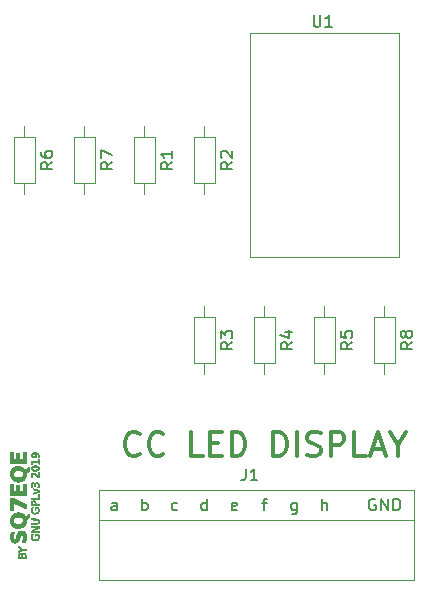
<source format=gbr>
%TF.GenerationSoftware,KiCad,Pcbnew,5.1.4-3.fc31*%
%TF.CreationDate,2019-11-08T16:10:22+01:00*%
%TF.ProjectId,LED_display,4c45445f-6469-4737-906c-61792e6b6963,rev?*%
%TF.SameCoordinates,PX76b1be0PY76b1be0*%
%TF.FileFunction,Legend,Top*%
%TF.FilePolarity,Positive*%
%FSLAX46Y46*%
G04 Gerber Fmt 4.6, Leading zero omitted, Abs format (unit mm)*
G04 Created by KiCad (PCBNEW 5.1.4-3.fc31) date 2019-11-08 16:10:22*
%MOMM*%
%LPD*%
G04 APERTURE LIST*
%ADD10C,0.300000*%
%ADD11C,0.010000*%
%ADD12C,0.120000*%
%ADD13C,0.150000*%
%ADD14R,1.626000X1.626000*%
%ADD15C,1.626000*%
%ADD16O,1.502000X1.502000*%
%ADD17C,1.502000*%
G04 APERTURE END LIST*
D10*
X14828571Y14525715D02*
X14733333Y14430477D01*
X14447619Y14335239D01*
X14257142Y14335239D01*
X13971428Y14430477D01*
X13780952Y14620953D01*
X13685714Y14811429D01*
X13590476Y15192381D01*
X13590476Y15478096D01*
X13685714Y15859048D01*
X13780952Y16049524D01*
X13971428Y16240000D01*
X14257142Y16335239D01*
X14447619Y16335239D01*
X14733333Y16240000D01*
X14828571Y16144762D01*
X16828571Y14525715D02*
X16733333Y14430477D01*
X16447619Y14335239D01*
X16257142Y14335239D01*
X15971428Y14430477D01*
X15780952Y14620953D01*
X15685714Y14811429D01*
X15590476Y15192381D01*
X15590476Y15478096D01*
X15685714Y15859048D01*
X15780952Y16049524D01*
X15971428Y16240000D01*
X16257142Y16335239D01*
X16447619Y16335239D01*
X16733333Y16240000D01*
X16828571Y16144762D01*
X20161904Y14335239D02*
X19209523Y14335239D01*
X19209523Y16335239D01*
X20828571Y15382858D02*
X21495238Y15382858D01*
X21780952Y14335239D02*
X20828571Y14335239D01*
X20828571Y16335239D01*
X21780952Y16335239D01*
X22638095Y14335239D02*
X22638095Y16335239D01*
X23114285Y16335239D01*
X23400000Y16240000D01*
X23590476Y16049524D01*
X23685714Y15859048D01*
X23780952Y15478096D01*
X23780952Y15192381D01*
X23685714Y14811429D01*
X23590476Y14620953D01*
X23400000Y14430477D01*
X23114285Y14335239D01*
X22638095Y14335239D01*
X26161904Y14335239D02*
X26161904Y16335239D01*
X26638095Y16335239D01*
X26923809Y16240000D01*
X27114285Y16049524D01*
X27209523Y15859048D01*
X27304761Y15478096D01*
X27304761Y15192381D01*
X27209523Y14811429D01*
X27114285Y14620953D01*
X26923809Y14430477D01*
X26638095Y14335239D01*
X26161904Y14335239D01*
X28161904Y14335239D02*
X28161904Y16335239D01*
X29019047Y14430477D02*
X29304761Y14335239D01*
X29780952Y14335239D01*
X29971428Y14430477D01*
X30066666Y14525715D01*
X30161904Y14716191D01*
X30161904Y14906667D01*
X30066666Y15097143D01*
X29971428Y15192381D01*
X29780952Y15287620D01*
X29400000Y15382858D01*
X29209523Y15478096D01*
X29114285Y15573334D01*
X29019047Y15763810D01*
X29019047Y15954286D01*
X29114285Y16144762D01*
X29209523Y16240000D01*
X29400000Y16335239D01*
X29876190Y16335239D01*
X30161904Y16240000D01*
X31019047Y14335239D02*
X31019047Y16335239D01*
X31780952Y16335239D01*
X31971428Y16240000D01*
X32066666Y16144762D01*
X32161904Y15954286D01*
X32161904Y15668572D01*
X32066666Y15478096D01*
X31971428Y15382858D01*
X31780952Y15287620D01*
X31019047Y15287620D01*
X33971428Y14335239D02*
X33019047Y14335239D01*
X33019047Y16335239D01*
X34542857Y14906667D02*
X35495238Y14906667D01*
X34352380Y14335239D02*
X35019047Y16335239D01*
X35685714Y14335239D01*
X36733333Y15287620D02*
X36733333Y14335239D01*
X36066666Y16335239D02*
X36733333Y15287620D01*
X37400000Y16335239D01*
D11*
%TO.C,G\002A\002A\002A*%
G36*
X5626023Y7487440D02*
G01*
X5627812Y7543191D01*
X5633427Y7586368D01*
X5644263Y7625423D01*
X5652241Y7646459D01*
X5666714Y7680709D01*
X5678433Y7699994D01*
X5692454Y7709018D01*
X5713835Y7712490D01*
X5724040Y7713267D01*
X5750759Y7713526D01*
X5765071Y7710358D01*
X5765866Y7707975D01*
X5737733Y7649667D01*
X5718300Y7605160D01*
X5705900Y7569803D01*
X5698866Y7538944D01*
X5695851Y7512643D01*
X5698776Y7439268D01*
X5718504Y7376382D01*
X5754213Y7325689D01*
X5803203Y7289850D01*
X5844874Y7275253D01*
X5899594Y7265485D01*
X5959675Y7261130D01*
X6017431Y7262773D01*
X6062203Y7270164D01*
X6108668Y7290740D01*
X6152409Y7323929D01*
X6186888Y7363898D01*
X6203071Y7395802D01*
X6212015Y7439967D01*
X6215118Y7494763D01*
X6212413Y7550484D01*
X6203933Y7597428D01*
X6202354Y7602546D01*
X6189608Y7641167D01*
X6011333Y7641167D01*
X6011333Y7503584D01*
X5937250Y7503584D01*
X5937250Y7725834D01*
X6224171Y7725834D01*
X6252244Y7664979D01*
X6266724Y7629572D01*
X6275755Y7594998D01*
X6280774Y7553727D01*
X6283080Y7503584D01*
X6283405Y7456459D01*
X6281955Y7414750D01*
X6279024Y7384805D01*
X6277192Y7376515D01*
X6243353Y7305175D01*
X6192863Y7246727D01*
X6126423Y7201941D01*
X6111875Y7194958D01*
X6078257Y7182124D01*
X6042705Y7174603D01*
X5997850Y7171187D01*
X5963708Y7170603D01*
X5873426Y7176394D01*
X5798801Y7195177D01*
X5738126Y7227844D01*
X5689692Y7275286D01*
X5655059Y7331552D01*
X5640322Y7364420D01*
X5631499Y7393798D01*
X5627190Y7427208D01*
X5625993Y7472169D01*
X5626023Y7487440D01*
X5626023Y7487440D01*
G37*
X5626023Y7487440D02*
X5627812Y7543191D01*
X5633427Y7586368D01*
X5644263Y7625423D01*
X5652241Y7646459D01*
X5666714Y7680709D01*
X5678433Y7699994D01*
X5692454Y7709018D01*
X5713835Y7712490D01*
X5724040Y7713267D01*
X5750759Y7713526D01*
X5765071Y7710358D01*
X5765866Y7707975D01*
X5737733Y7649667D01*
X5718300Y7605160D01*
X5705900Y7569803D01*
X5698866Y7538944D01*
X5695851Y7512643D01*
X5698776Y7439268D01*
X5718504Y7376382D01*
X5754213Y7325689D01*
X5803203Y7289850D01*
X5844874Y7275253D01*
X5899594Y7265485D01*
X5959675Y7261130D01*
X6017431Y7262773D01*
X6062203Y7270164D01*
X6108668Y7290740D01*
X6152409Y7323929D01*
X6186888Y7363898D01*
X6203071Y7395802D01*
X6212015Y7439967D01*
X6215118Y7494763D01*
X6212413Y7550484D01*
X6203933Y7597428D01*
X6202354Y7602546D01*
X6189608Y7641167D01*
X6011333Y7641167D01*
X6011333Y7503584D01*
X5937250Y7503584D01*
X5937250Y7725834D01*
X6224171Y7725834D01*
X6252244Y7664979D01*
X6266724Y7629572D01*
X6275755Y7594998D01*
X6280774Y7553727D01*
X6283080Y7503584D01*
X6283405Y7456459D01*
X6281955Y7414750D01*
X6279024Y7384805D01*
X6277192Y7376515D01*
X6243353Y7305175D01*
X6192863Y7246727D01*
X6126423Y7201941D01*
X6111875Y7194958D01*
X6078257Y7182124D01*
X6042705Y7174603D01*
X5997850Y7171187D01*
X5963708Y7170603D01*
X5873426Y7176394D01*
X5798801Y7195177D01*
X5738126Y7227844D01*
X5689692Y7275286D01*
X5655059Y7331552D01*
X5640322Y7364420D01*
X5631499Y7393798D01*
X5627190Y7427208D01*
X5625993Y7472169D01*
X5626023Y7487440D01*
G36*
X5876895Y8627359D02*
G01*
X5961314Y8628700D01*
X6027328Y8630548D01*
X6077700Y8633495D01*
X6115191Y8638133D01*
X6142562Y8645053D01*
X6162577Y8654848D01*
X6177996Y8668107D01*
X6191581Y8685424D01*
X6198910Y8696339D01*
X6212420Y8731677D01*
X6217320Y8777291D01*
X6213818Y8824460D01*
X6202120Y8864465D01*
X6194617Y8877297D01*
X6179978Y8895443D01*
X6164300Y8909571D01*
X6144800Y8920231D01*
X6118694Y8927970D01*
X6083200Y8933336D01*
X6035534Y8936877D01*
X5972914Y8939141D01*
X5892554Y8940677D01*
X5871104Y8940986D01*
X5630333Y8944348D01*
X5630333Y9027584D01*
X5860520Y9027524D01*
X5936943Y9026958D01*
X6005641Y9025392D01*
X6063297Y9022968D01*
X6106599Y9019829D01*
X6132230Y9016114D01*
X6133041Y9015902D01*
X6190952Y8990512D01*
X6237907Y8950710D01*
X6266252Y8907104D01*
X6280080Y8859934D01*
X6286219Y8801934D01*
X6284659Y8741635D01*
X6275393Y8687570D01*
X6266497Y8662459D01*
X6232292Y8608949D01*
X6184800Y8570722D01*
X6157049Y8557130D01*
X6139817Y8551595D01*
X6116220Y8547399D01*
X6083475Y8544380D01*
X6038799Y8542377D01*
X5979409Y8541229D01*
X5902521Y8540775D01*
X5874089Y8540750D01*
X5630333Y8540750D01*
X5630333Y8624009D01*
X5876895Y8627359D01*
X5876895Y8627359D01*
G37*
X5876895Y8627359D02*
X5961314Y8628700D01*
X6027328Y8630548D01*
X6077700Y8633495D01*
X6115191Y8638133D01*
X6142562Y8645053D01*
X6162577Y8654848D01*
X6177996Y8668107D01*
X6191581Y8685424D01*
X6198910Y8696339D01*
X6212420Y8731677D01*
X6217320Y8777291D01*
X6213818Y8824460D01*
X6202120Y8864465D01*
X6194617Y8877297D01*
X6179978Y8895443D01*
X6164300Y8909571D01*
X6144800Y8920231D01*
X6118694Y8927970D01*
X6083200Y8933336D01*
X6035534Y8936877D01*
X5972914Y8939141D01*
X5892554Y8940677D01*
X5871104Y8940986D01*
X5630333Y8944348D01*
X5630333Y9027584D01*
X5860520Y9027524D01*
X5936943Y9026958D01*
X6005641Y9025392D01*
X6063297Y9022968D01*
X6106599Y9019829D01*
X6132230Y9016114D01*
X6133041Y9015902D01*
X6190952Y8990512D01*
X6237907Y8950710D01*
X6266252Y8907104D01*
X6280080Y8859934D01*
X6286219Y8801934D01*
X6284659Y8741635D01*
X6275393Y8687570D01*
X6266497Y8662459D01*
X6232292Y8608949D01*
X6184800Y8570722D01*
X6157049Y8557130D01*
X6139817Y8551595D01*
X6116220Y8547399D01*
X6083475Y8544380D01*
X6038799Y8542377D01*
X5979409Y8541229D01*
X5902521Y8540775D01*
X5874089Y8540750D01*
X5630333Y8540750D01*
X5630333Y8624009D01*
X5876895Y8627359D01*
G36*
X5628959Y9823882D02*
G01*
X5630408Y9832333D01*
X5640407Y9875571D01*
X5653479Y9916932D01*
X5663139Y9939821D01*
X5678459Y9965590D01*
X5694739Y9977157D01*
X5720590Y9980055D01*
X5725798Y9980084D01*
X5755321Y9978817D01*
X5765758Y9972451D01*
X5759149Y9957132D01*
X5746727Y9940610D01*
X5720062Y9892769D01*
X5702588Y9832546D01*
X5695469Y9767147D01*
X5699868Y9703774D01*
X5704882Y9681433D01*
X5730187Y9627842D01*
X5771817Y9584272D01*
X5826801Y9552041D01*
X5892168Y9532468D01*
X5964948Y9526868D01*
X6034965Y9534997D01*
X6103322Y9557014D01*
X6154997Y9591631D01*
X6190555Y9639576D01*
X6210562Y9701581D01*
X6215756Y9768273D01*
X6211636Y9832542D01*
X6200195Y9877261D01*
X6197455Y9883067D01*
X6179671Y9917456D01*
X6016625Y9911292D01*
X6013495Y9839854D01*
X6010366Y9768417D01*
X5936533Y9768417D01*
X5942541Y9995959D01*
X6210535Y10001869D01*
X6231390Y9972455D01*
X6258408Y9919817D01*
X6276762Y9853862D01*
X6285735Y9780891D01*
X6284609Y9707205D01*
X6272670Y9639104D01*
X6270237Y9630834D01*
X6240143Y9568359D01*
X6192818Y9514646D01*
X6134616Y9475073D01*
X6081042Y9455662D01*
X6014936Y9443896D01*
X5943685Y9440266D01*
X5874678Y9445262D01*
X5829377Y9454808D01*
X5761703Y9484821D01*
X5706039Y9530659D01*
X5663657Y9589903D01*
X5635833Y9660134D01*
X5623842Y9738933D01*
X5628959Y9823882D01*
X5628959Y9823882D01*
G37*
X5628959Y9823882D02*
X5630408Y9832333D01*
X5640407Y9875571D01*
X5653479Y9916932D01*
X5663139Y9939821D01*
X5678459Y9965590D01*
X5694739Y9977157D01*
X5720590Y9980055D01*
X5725798Y9980084D01*
X5755321Y9978817D01*
X5765758Y9972451D01*
X5759149Y9957132D01*
X5746727Y9940610D01*
X5720062Y9892769D01*
X5702588Y9832546D01*
X5695469Y9767147D01*
X5699868Y9703774D01*
X5704882Y9681433D01*
X5730187Y9627842D01*
X5771817Y9584272D01*
X5826801Y9552041D01*
X5892168Y9532468D01*
X5964948Y9526868D01*
X6034965Y9534997D01*
X6103322Y9557014D01*
X6154997Y9591631D01*
X6190555Y9639576D01*
X6210562Y9701581D01*
X6215756Y9768273D01*
X6211636Y9832542D01*
X6200195Y9877261D01*
X6197455Y9883067D01*
X6179671Y9917456D01*
X6016625Y9911292D01*
X6013495Y9839854D01*
X6010366Y9768417D01*
X5936533Y9768417D01*
X5942541Y9995959D01*
X6210535Y10001869D01*
X6231390Y9972455D01*
X6258408Y9919817D01*
X6276762Y9853862D01*
X6285735Y9780891D01*
X6284609Y9707205D01*
X6272670Y9639104D01*
X6270237Y9630834D01*
X6240143Y9568359D01*
X6192818Y9514646D01*
X6134616Y9475073D01*
X6081042Y9455662D01*
X6014936Y9443896D01*
X5943685Y9440266D01*
X5874678Y9445262D01*
X5829377Y9454808D01*
X5761703Y9484821D01*
X5706039Y9530659D01*
X5663657Y9589903D01*
X5635833Y9660134D01*
X5623842Y9738933D01*
X5628959Y9823882D01*
G36*
X5631977Y11955313D02*
G01*
X5655896Y12011954D01*
X5683278Y12046352D01*
X5709634Y12070316D01*
X5732434Y12082121D01*
X5761587Y12085940D01*
X5777780Y12086167D01*
X5836040Y12079381D01*
X5879733Y12058350D01*
X5910813Y12022064D01*
X5914364Y12015523D01*
X5927069Y11991745D01*
X5933844Y11985215D01*
X5938378Y11994324D01*
X5940883Y12003952D01*
X5956866Y12033803D01*
X5986341Y12064002D01*
X6022513Y12088855D01*
X6058589Y12102671D01*
X6058732Y12102698D01*
X6121758Y12104871D01*
X6177934Y12087597D01*
X6224831Y12052127D01*
X6260020Y11999715D01*
X6260515Y11998659D01*
X6274698Y11963428D01*
X6282404Y11928985D01*
X6285153Y11886689D01*
X6285125Y11858625D01*
X6283148Y11811199D01*
X6279034Y11765616D01*
X6273640Y11731137D01*
X6273142Y11728979D01*
X6265149Y11700956D01*
X6254786Y11687939D01*
X6235465Y11684191D01*
X6221496Y11684000D01*
X6195532Y11684910D01*
X6181483Y11687173D01*
X6180666Y11687961D01*
X6183870Y11699420D01*
X6191961Y11723766D01*
X6196541Y11736917D01*
X6207725Y11785010D01*
X6212006Y11840736D01*
X6209450Y11895911D01*
X6200125Y11942349D01*
X6194717Y11956224D01*
X6167916Y11991066D01*
X6130470Y12012482D01*
X6088136Y12019458D01*
X6046673Y12010978D01*
X6013730Y11988109D01*
X5986977Y11948983D01*
X5972607Y11899833D01*
X5969000Y11846682D01*
X5969000Y11788492D01*
X5934604Y11791809D01*
X5900208Y11795125D01*
X5894916Y11871039D01*
X5886565Y11928930D01*
X5869994Y11968669D01*
X5843789Y11992142D01*
X5806540Y12001239D01*
X5797340Y12001500D01*
X5754989Y11992496D01*
X5723539Y11966650D01*
X5703772Y11925711D01*
X5696468Y11871425D01*
X5702409Y11805543D01*
X5704647Y11794013D01*
X5712417Y11758414D01*
X5719222Y11730375D01*
X5722667Y11718668D01*
X5717346Y11710368D01*
X5699054Y11705654D01*
X5675751Y11704959D01*
X5655396Y11708714D01*
X5646946Y11714556D01*
X5642675Y11728972D01*
X5636734Y11758407D01*
X5630304Y11796906D01*
X5629383Y11803010D01*
X5623244Y11886136D01*
X5631977Y11955313D01*
X5631977Y11955313D01*
G37*
X5631977Y11955313D02*
X5655896Y12011954D01*
X5683278Y12046352D01*
X5709634Y12070316D01*
X5732434Y12082121D01*
X5761587Y12085940D01*
X5777780Y12086167D01*
X5836040Y12079381D01*
X5879733Y12058350D01*
X5910813Y12022064D01*
X5914364Y12015523D01*
X5927069Y11991745D01*
X5933844Y11985215D01*
X5938378Y11994324D01*
X5940883Y12003952D01*
X5956866Y12033803D01*
X5986341Y12064002D01*
X6022513Y12088855D01*
X6058589Y12102671D01*
X6058732Y12102698D01*
X6121758Y12104871D01*
X6177934Y12087597D01*
X6224831Y12052127D01*
X6260020Y11999715D01*
X6260515Y11998659D01*
X6274698Y11963428D01*
X6282404Y11928985D01*
X6285153Y11886689D01*
X6285125Y11858625D01*
X6283148Y11811199D01*
X6279034Y11765616D01*
X6273640Y11731137D01*
X6273142Y11728979D01*
X6265149Y11700956D01*
X6254786Y11687939D01*
X6235465Y11684191D01*
X6221496Y11684000D01*
X6195532Y11684910D01*
X6181483Y11687173D01*
X6180666Y11687961D01*
X6183870Y11699420D01*
X6191961Y11723766D01*
X6196541Y11736917D01*
X6207725Y11785010D01*
X6212006Y11840736D01*
X6209450Y11895911D01*
X6200125Y11942349D01*
X6194717Y11956224D01*
X6167916Y11991066D01*
X6130470Y12012482D01*
X6088136Y12019458D01*
X6046673Y12010978D01*
X6013730Y11988109D01*
X5986977Y11948983D01*
X5972607Y11899833D01*
X5969000Y11846682D01*
X5969000Y11788492D01*
X5934604Y11791809D01*
X5900208Y11795125D01*
X5894916Y11871039D01*
X5886565Y11928930D01*
X5869994Y11968669D01*
X5843789Y11992142D01*
X5806540Y12001239D01*
X5797340Y12001500D01*
X5754989Y11992496D01*
X5723539Y11966650D01*
X5703772Y11925711D01*
X5696468Y11871425D01*
X5702409Y11805543D01*
X5704647Y11794013D01*
X5712417Y11758414D01*
X5719222Y11730375D01*
X5722667Y11718668D01*
X5717346Y11710368D01*
X5699054Y11705654D01*
X5675751Y11704959D01*
X5655396Y11708714D01*
X5646946Y11714556D01*
X5642675Y11728972D01*
X5636734Y11758407D01*
X5630304Y11796906D01*
X5629383Y11803010D01*
X5623244Y11886136D01*
X5631977Y11955313D01*
G36*
X5637777Y13377219D02*
G01*
X5662915Y13423611D01*
X5663163Y13423928D01*
X5701772Y13458033D01*
X5756692Y13485773D01*
X5823755Y13506131D01*
X5898792Y13518086D01*
X5977635Y13520622D01*
X6038131Y13515539D01*
X6120300Y13498737D01*
X6184802Y13473077D01*
X6233675Y13437426D01*
X6268959Y13390651D01*
X6271569Y13385797D01*
X6281779Y13351515D01*
X6285549Y13306126D01*
X6282883Y13258687D01*
X6273785Y13218252D01*
X6271488Y13212470D01*
X6238889Y13163727D01*
X6188646Y13126215D01*
X6121148Y13100077D01*
X6036784Y13085460D01*
X5972575Y13083580D01*
X5972575Y13167226D01*
X5991641Y13168004D01*
X6074292Y13176927D01*
X6138761Y13194730D01*
X6184714Y13221201D01*
X6211819Y13256125D01*
X6219740Y13299291D01*
X6218493Y13312705D01*
X6207545Y13346069D01*
X6189513Y13373891D01*
X6153937Y13399708D01*
X6102751Y13417286D01*
X6034632Y13426899D01*
X5948259Y13428822D01*
X5928176Y13428292D01*
X5847036Y13422338D01*
X5784813Y13410018D01*
X5739996Y13390499D01*
X5711071Y13362950D01*
X5696526Y13326538D01*
X5694068Y13299546D01*
X5698033Y13267646D01*
X5713367Y13240666D01*
X5728592Y13224041D01*
X5767354Y13196238D01*
X5819687Y13177768D01*
X5887468Y13168231D01*
X5972575Y13167226D01*
X5972575Y13083580D01*
X5935941Y13082507D01*
X5923751Y13082904D01*
X5867810Y13085646D01*
X5827079Y13089603D01*
X5795601Y13095898D01*
X5767421Y13105653D01*
X5742521Y13117058D01*
X5685151Y13154716D01*
X5646202Y13202664D01*
X5625434Y13261209D01*
X5624504Y13266653D01*
X5624168Y13321623D01*
X5637777Y13377219D01*
X5637777Y13377219D01*
G37*
X5637777Y13377219D02*
X5662915Y13423611D01*
X5663163Y13423928D01*
X5701772Y13458033D01*
X5756692Y13485773D01*
X5823755Y13506131D01*
X5898792Y13518086D01*
X5977635Y13520622D01*
X6038131Y13515539D01*
X6120300Y13498737D01*
X6184802Y13473077D01*
X6233675Y13437426D01*
X6268959Y13390651D01*
X6271569Y13385797D01*
X6281779Y13351515D01*
X6285549Y13306126D01*
X6282883Y13258687D01*
X6273785Y13218252D01*
X6271488Y13212470D01*
X6238889Y13163727D01*
X6188646Y13126215D01*
X6121148Y13100077D01*
X6036784Y13085460D01*
X5972575Y13083580D01*
X5972575Y13167226D01*
X5991641Y13168004D01*
X6074292Y13176927D01*
X6138761Y13194730D01*
X6184714Y13221201D01*
X6211819Y13256125D01*
X6219740Y13299291D01*
X6218493Y13312705D01*
X6207545Y13346069D01*
X6189513Y13373891D01*
X6153937Y13399708D01*
X6102751Y13417286D01*
X6034632Y13426899D01*
X5948259Y13428822D01*
X5928176Y13428292D01*
X5847036Y13422338D01*
X5784813Y13410018D01*
X5739996Y13390499D01*
X5711071Y13362950D01*
X5696526Y13326538D01*
X5694068Y13299546D01*
X5698033Y13267646D01*
X5713367Y13240666D01*
X5728592Y13224041D01*
X5767354Y13196238D01*
X5819687Y13177768D01*
X5887468Y13168231D01*
X5972575Y13167226D01*
X5972575Y13083580D01*
X5935941Y13082507D01*
X5923751Y13082904D01*
X5867810Y13085646D01*
X5827079Y13089603D01*
X5795601Y13095898D01*
X5767421Y13105653D01*
X5742521Y13117058D01*
X5685151Y13154716D01*
X5646202Y13202664D01*
X5625434Y13261209D01*
X5624504Y13266653D01*
X5624168Y13321623D01*
X5637777Y13377219D01*
G36*
X5630367Y14467861D02*
G01*
X5655935Y14524275D01*
X5698987Y14569858D01*
X5758517Y14604077D01*
X5833514Y14626396D01*
X5922972Y14636282D01*
X5949252Y14636750D01*
X6044893Y14629477D01*
X6125741Y14607761D01*
X6191461Y14571762D01*
X6241717Y14521638D01*
X6261881Y14489565D01*
X6277983Y14442964D01*
X6285707Y14384907D01*
X6284578Y14323577D01*
X6274659Y14268979D01*
X6265285Y14245694D01*
X6250229Y14236216D01*
X6226754Y14234584D01*
X6202026Y14235921D01*
X6193538Y14242496D01*
X6196409Y14258146D01*
X6196490Y14258396D01*
X6201069Y14280911D01*
X6205555Y14316675D01*
X6208859Y14356292D01*
X6210347Y14399380D01*
X6207445Y14428967D01*
X6198974Y14452473D01*
X6191518Y14465491D01*
X6159508Y14498809D01*
X6111049Y14525958D01*
X6050494Y14544680D01*
X6032294Y14548052D01*
X5985362Y14555557D01*
X6014225Y14521255D01*
X6034350Y14492344D01*
X6047776Y14464021D01*
X6049262Y14458664D01*
X6055084Y14433384D01*
X6058814Y14418959D01*
X6059395Y14394791D01*
X6053124Y14359561D01*
X6042131Y14321371D01*
X6028547Y14288325D01*
X6021202Y14275914D01*
X5982929Y14239276D01*
X5931413Y14214077D01*
X5871777Y14201238D01*
X5843499Y14201436D01*
X5843499Y14288076D01*
X5891127Y14292295D01*
X5926923Y14303508D01*
X5962408Y14332692D01*
X5983675Y14372718D01*
X5989590Y14417789D01*
X5979018Y14462109D01*
X5962935Y14487572D01*
X5923361Y14519320D01*
X5874481Y14535919D01*
X5821922Y14537225D01*
X5771307Y14523094D01*
X5728482Y14493599D01*
X5700996Y14453039D01*
X5691870Y14408417D01*
X5700366Y14364588D01*
X5725745Y14326404D01*
X5757450Y14303315D01*
X5795627Y14291746D01*
X5843499Y14288076D01*
X5843499Y14201436D01*
X5809144Y14201677D01*
X5748640Y14216317D01*
X5731224Y14223831D01*
X5683615Y14258007D01*
X5648548Y14305998D01*
X5627861Y14363359D01*
X5623390Y14425645D01*
X5630367Y14467861D01*
X5630367Y14467861D01*
G37*
X5630367Y14467861D02*
X5655935Y14524275D01*
X5698987Y14569858D01*
X5758517Y14604077D01*
X5833514Y14626396D01*
X5922972Y14636282D01*
X5949252Y14636750D01*
X6044893Y14629477D01*
X6125741Y14607761D01*
X6191461Y14571762D01*
X6241717Y14521638D01*
X6261881Y14489565D01*
X6277983Y14442964D01*
X6285707Y14384907D01*
X6284578Y14323577D01*
X6274659Y14268979D01*
X6265285Y14245694D01*
X6250229Y14236216D01*
X6226754Y14234584D01*
X6202026Y14235921D01*
X6193538Y14242496D01*
X6196409Y14258146D01*
X6196490Y14258396D01*
X6201069Y14280911D01*
X6205555Y14316675D01*
X6208859Y14356292D01*
X6210347Y14399380D01*
X6207445Y14428967D01*
X6198974Y14452473D01*
X6191518Y14465491D01*
X6159508Y14498809D01*
X6111049Y14525958D01*
X6050494Y14544680D01*
X6032294Y14548052D01*
X5985362Y14555557D01*
X6014225Y14521255D01*
X6034350Y14492344D01*
X6047776Y14464021D01*
X6049262Y14458664D01*
X6055084Y14433384D01*
X6058814Y14418959D01*
X6059395Y14394791D01*
X6053124Y14359561D01*
X6042131Y14321371D01*
X6028547Y14288325D01*
X6021202Y14275914D01*
X5982929Y14239276D01*
X5931413Y14214077D01*
X5871777Y14201238D01*
X5843499Y14201436D01*
X5843499Y14288076D01*
X5891127Y14292295D01*
X5926923Y14303508D01*
X5962408Y14332692D01*
X5983675Y14372718D01*
X5989590Y14417789D01*
X5979018Y14462109D01*
X5962935Y14487572D01*
X5923361Y14519320D01*
X5874481Y14535919D01*
X5821922Y14537225D01*
X5771307Y14523094D01*
X5728482Y14493599D01*
X5700996Y14453039D01*
X5691870Y14408417D01*
X5700366Y14364588D01*
X5725745Y14326404D01*
X5757450Y14303315D01*
X5795627Y14291746D01*
X5843499Y14288076D01*
X5843499Y14201436D01*
X5809144Y14201677D01*
X5748640Y14216317D01*
X5731224Y14223831D01*
X5683615Y14258007D01*
X5648548Y14305998D01*
X5627861Y14363359D01*
X5623390Y14425645D01*
X5630367Y14467861D01*
G36*
X5635625Y8004586D02*
G01*
X5896847Y8143022D01*
X6158070Y8281459D01*
X5894201Y8284286D01*
X5630333Y8287114D01*
X5630333Y8371417D01*
X6276972Y8371417D01*
X6273798Y8312104D01*
X6270625Y8252792D01*
X6008292Y8113667D01*
X5745960Y7974542D01*
X6010938Y7971714D01*
X6275916Y7968887D01*
X6275916Y7884584D01*
X5629277Y7884584D01*
X5635625Y8004586D01*
X5635625Y8004586D01*
G37*
X5635625Y8004586D02*
X5896847Y8143022D01*
X6158070Y8281459D01*
X5894201Y8284286D01*
X5630333Y8287114D01*
X5630333Y8371417D01*
X6276972Y8371417D01*
X6273798Y8312104D01*
X6270625Y8252792D01*
X6008292Y8113667D01*
X5745960Y7974542D01*
X6010938Y7971714D01*
X6275916Y7968887D01*
X6275916Y7884584D01*
X5629277Y7884584D01*
X5635625Y8004586D01*
G36*
X5632661Y10294938D02*
G01*
X5636789Y10366215D01*
X5643016Y10421995D01*
X5651043Y10459838D01*
X5653793Y10467411D01*
X5685232Y10516174D01*
X5730616Y10550036D01*
X5788036Y10568120D01*
X5855581Y10569548D01*
X5871537Y10567550D01*
X5925341Y10549788D01*
X5967438Y10514560D01*
X5997672Y10462138D01*
X6015884Y10392796D01*
X6021916Y10307646D01*
X6021916Y10244667D01*
X6275916Y10244667D01*
X6275916Y10160000D01*
X5947833Y10160000D01*
X5947833Y10244667D01*
X5947833Y10314505D01*
X5944935Y10362407D01*
X5937175Y10403058D01*
X5931448Y10418872D01*
X5904635Y10453097D01*
X5866648Y10473307D01*
X5822849Y10478705D01*
X5778597Y10468492D01*
X5744394Y10446728D01*
X5727158Y10430015D01*
X5716584Y10413805D01*
X5710696Y10392100D01*
X5707520Y10358905D01*
X5706064Y10330311D01*
X5702175Y10244667D01*
X5947833Y10244667D01*
X5947833Y10160000D01*
X5627523Y10160000D01*
X5632661Y10294938D01*
X5632661Y10294938D01*
G37*
X5632661Y10294938D02*
X5636789Y10366215D01*
X5643016Y10421995D01*
X5651043Y10459838D01*
X5653793Y10467411D01*
X5685232Y10516174D01*
X5730616Y10550036D01*
X5788036Y10568120D01*
X5855581Y10569548D01*
X5871537Y10567550D01*
X5925341Y10549788D01*
X5967438Y10514560D01*
X5997672Y10462138D01*
X6015884Y10392796D01*
X6021916Y10307646D01*
X6021916Y10244667D01*
X6275916Y10244667D01*
X6275916Y10160000D01*
X5947833Y10160000D01*
X5947833Y10244667D01*
X5947833Y10314505D01*
X5944935Y10362407D01*
X5937175Y10403058D01*
X5931448Y10418872D01*
X5904635Y10453097D01*
X5866648Y10473307D01*
X5822849Y10478705D01*
X5778597Y10468492D01*
X5744394Y10446728D01*
X5727158Y10430015D01*
X5716584Y10413805D01*
X5710696Y10392100D01*
X5707520Y10358905D01*
X5706064Y10330311D01*
X5702175Y10244667D01*
X5947833Y10244667D01*
X5947833Y10160000D01*
X5627523Y10160000D01*
X5632661Y10294938D01*
G36*
X6201833Y10773834D02*
G01*
X6201833Y11091334D01*
X6275916Y11091334D01*
X6275916Y10689167D01*
X5630333Y10689167D01*
X5630333Y10773834D01*
X6201833Y10773834D01*
X6201833Y10773834D01*
G37*
X6201833Y10773834D02*
X6201833Y11091334D01*
X6275916Y11091334D01*
X6275916Y10689167D01*
X5630333Y10689167D01*
X5630333Y10773834D01*
X6201833Y10773834D01*
G36*
X5838737Y11573194D02*
G01*
X5861196Y11564546D01*
X5899624Y11549964D01*
X5950155Y11530904D01*
X6008923Y11508826D01*
X6072065Y11485186D01*
X6074833Y11484152D01*
X6270625Y11410987D01*
X6273791Y11357940D01*
X6273961Y11326438D01*
X6270898Y11304656D01*
X6267940Y11299320D01*
X6255741Y11294096D01*
X6226752Y11282655D01*
X6184015Y11266166D01*
X6130576Y11245802D01*
X6069478Y11222734D01*
X6047815Y11214601D01*
X5984111Y11190701D01*
X5926347Y11168998D01*
X5877745Y11150703D01*
X5841524Y11137030D01*
X5820906Y11129192D01*
X5818187Y11128137D01*
X5806258Y11126481D01*
X5800879Y11137142D01*
X5799666Y11162995D01*
X5799666Y11205171D01*
X5998104Y11279663D01*
X6067620Y11306131D01*
X6118768Y11326546D01*
X6153213Y11341689D01*
X6172622Y11352338D01*
X6178660Y11359271D01*
X6175375Y11362518D01*
X6158820Y11368866D01*
X6126136Y11381248D01*
X6081016Y11398268D01*
X6027151Y11418536D01*
X5979583Y11436399D01*
X5804958Y11501919D01*
X5801696Y11545495D01*
X5798433Y11589072D01*
X5838737Y11573194D01*
X5838737Y11573194D01*
G37*
X5838737Y11573194D02*
X5861196Y11564546D01*
X5899624Y11549964D01*
X5950155Y11530904D01*
X6008923Y11508826D01*
X6072065Y11485186D01*
X6074833Y11484152D01*
X6270625Y11410987D01*
X6273791Y11357940D01*
X6273961Y11326438D01*
X6270898Y11304656D01*
X6267940Y11299320D01*
X6255741Y11294096D01*
X6226752Y11282655D01*
X6184015Y11266166D01*
X6130576Y11245802D01*
X6069478Y11222734D01*
X6047815Y11214601D01*
X5984111Y11190701D01*
X5926347Y11168998D01*
X5877745Y11150703D01*
X5841524Y11137030D01*
X5820906Y11129192D01*
X5818187Y11128137D01*
X5806258Y11126481D01*
X5800879Y11137142D01*
X5799666Y11162995D01*
X5799666Y11205171D01*
X5998104Y11279663D01*
X6067620Y11306131D01*
X6118768Y11326546D01*
X6153213Y11341689D01*
X6172622Y11352338D01*
X6178660Y11359271D01*
X6175375Y11362518D01*
X6158820Y11368866D01*
X6126136Y11381248D01*
X6081016Y11398268D01*
X6027151Y11418536D01*
X5979583Y11436399D01*
X5804958Y11501919D01*
X5801696Y11545495D01*
X5798433Y11589072D01*
X5838737Y11573194D01*
G36*
X5640070Y12807182D02*
G01*
X5672765Y12862919D01*
X5687995Y12879387D01*
X5713806Y12901317D01*
X5739246Y12913219D01*
X5773711Y12918964D01*
X5786660Y12920026D01*
X5845541Y12918812D01*
X5885724Y12908687D01*
X5905772Y12896408D01*
X5937760Y12872223D01*
X5978343Y12838868D01*
X6024174Y12799075D01*
X6062655Y12764176D01*
X6201833Y12635440D01*
X6201833Y12932834D01*
X6275916Y12932834D01*
X6275916Y12520084D01*
X6243244Y12520084D01*
X6229346Y12522154D01*
X6212921Y12529619D01*
X6191559Y12544358D01*
X6162854Y12568250D01*
X6124398Y12603177D01*
X6073782Y12651018D01*
X6065973Y12658486D01*
X6017745Y12703741D01*
X5971943Y12745063D01*
X5931783Y12779676D01*
X5900483Y12804801D01*
X5882109Y12817236D01*
X5830123Y12835328D01*
X5783069Y12834545D01*
X5743511Y12815619D01*
X5714014Y12779281D01*
X5708590Y12767749D01*
X5697723Y12730089D01*
X5696823Y12689269D01*
X5706499Y12641181D01*
X5727358Y12581718D01*
X5740974Y12549188D01*
X5743214Y12537326D01*
X5733197Y12531940D01*
X5706511Y12530667D01*
X5706399Y12530667D01*
X5680723Y12531832D01*
X5665838Y12538819D01*
X5655576Y12556864D01*
X5647155Y12580938D01*
X5627094Y12664937D01*
X5624789Y12740770D01*
X5640070Y12807182D01*
X5640070Y12807182D01*
G37*
X5640070Y12807182D02*
X5672765Y12862919D01*
X5687995Y12879387D01*
X5713806Y12901317D01*
X5739246Y12913219D01*
X5773711Y12918964D01*
X5786660Y12920026D01*
X5845541Y12918812D01*
X5885724Y12908687D01*
X5905772Y12896408D01*
X5937760Y12872223D01*
X5978343Y12838868D01*
X6024174Y12799075D01*
X6062655Y12764176D01*
X6201833Y12635440D01*
X6201833Y12932834D01*
X6275916Y12932834D01*
X6275916Y12520084D01*
X6243244Y12520084D01*
X6229346Y12522154D01*
X6212921Y12529619D01*
X6191559Y12544358D01*
X6162854Y12568250D01*
X6124398Y12603177D01*
X6073782Y12651018D01*
X6065973Y12658486D01*
X6017745Y12703741D01*
X5971943Y12745063D01*
X5931783Y12779676D01*
X5900483Y12804801D01*
X5882109Y12817236D01*
X5830123Y12835328D01*
X5783069Y12834545D01*
X5743511Y12815619D01*
X5714014Y12779281D01*
X5708590Y12767749D01*
X5697723Y12730089D01*
X5696823Y12689269D01*
X5706499Y12641181D01*
X5727358Y12581718D01*
X5740974Y12549188D01*
X5743214Y12537326D01*
X5733197Y12531940D01*
X5706511Y12530667D01*
X5706399Y12530667D01*
X5680723Y12531832D01*
X5665838Y12538819D01*
X5655576Y12556864D01*
X5647155Y12580938D01*
X5627094Y12664937D01*
X5624789Y12740770D01*
X5640070Y12807182D01*
G36*
X5630333Y13917084D02*
G01*
X6201833Y13917084D01*
X6201833Y14054667D01*
X6275916Y14054667D01*
X6275916Y13682909D01*
X6241520Y13686225D01*
X6207125Y13689542D01*
X6203995Y13760979D01*
X6200866Y13832417D01*
X5957933Y13832417D01*
X5888798Y13832087D01*
X5827350Y13831163D01*
X5776538Y13829740D01*
X5739314Y13827916D01*
X5718630Y13825787D01*
X5715371Y13824479D01*
X5717640Y13810679D01*
X5723182Y13782608D01*
X5729856Y13750770D01*
X5736338Y13715902D01*
X5739289Y13689988D01*
X5738304Y13679332D01*
X5724774Y13675391D01*
X5699877Y13673670D01*
X5698809Y13673667D01*
X5664979Y13673667D01*
X5647648Y13760979D01*
X5639462Y13806328D01*
X5633363Y13847948D01*
X5630435Y13878220D01*
X5630325Y13882688D01*
X5630333Y13917084D01*
X5630333Y13917084D01*
G37*
X5630333Y13917084D02*
X6201833Y13917084D01*
X6201833Y14054667D01*
X6275916Y14054667D01*
X6275916Y13682909D01*
X6241520Y13686225D01*
X6207125Y13689542D01*
X6203995Y13760979D01*
X6200866Y13832417D01*
X5957933Y13832417D01*
X5888798Y13832087D01*
X5827350Y13831163D01*
X5776538Y13829740D01*
X5739314Y13827916D01*
X5718630Y13825787D01*
X5715371Y13824479D01*
X5717640Y13810679D01*
X5723182Y13782608D01*
X5729856Y13750770D01*
X5736338Y13715902D01*
X5739289Y13689988D01*
X5738304Y13679332D01*
X5724774Y13675391D01*
X5699877Y13673670D01*
X5698809Y13673667D01*
X5664979Y13673667D01*
X5647648Y13760979D01*
X5639462Y13806328D01*
X5633363Y13847948D01*
X5630435Y13878220D01*
X5630325Y13882688D01*
X5630333Y13917084D01*
G36*
X3879400Y8996950D02*
G01*
X3897613Y9101581D01*
X3929264Y9193744D01*
X3975295Y9276076D01*
X4036651Y9351209D01*
X4047148Y9361935D01*
X4119806Y9425099D01*
X4197671Y9473177D01*
X4283809Y9507281D01*
X4381287Y9528522D01*
X4493169Y9538011D01*
X4534958Y9538758D01*
X4624249Y9536296D01*
X4700076Y9527218D01*
X4769515Y9510013D01*
X4839643Y9483167D01*
X4877278Y9465608D01*
X4947964Y9422727D01*
X5016557Y9366122D01*
X5076627Y9301772D01*
X5118686Y9241135D01*
X5150817Y9184812D01*
X5266221Y9287876D01*
X5309973Y9326996D01*
X5350448Y9363272D01*
X5383871Y9393312D01*
X5406462Y9413724D01*
X5410729Y9417617D01*
X5439833Y9444294D01*
X5439833Y9126884D01*
X5210207Y8922460D01*
X5198398Y8806479D01*
X5180482Y8690654D01*
X5151330Y8590795D01*
X5109752Y8504239D01*
X5054557Y8428319D01*
X5008290Y8381091D01*
X4925029Y8318150D01*
X4830089Y8271404D01*
X4722580Y8240555D01*
X4601614Y8225303D01*
X4577018Y8224577D01*
X4577018Y8563077D01*
X4666768Y8573506D01*
X4749419Y8594550D01*
X4821389Y8625428D01*
X4879095Y8665360D01*
X4901550Y8688561D01*
X4934457Y8743147D01*
X4955259Y8809435D01*
X4962988Y8881126D01*
X4956674Y8951923D01*
X4947413Y8986603D01*
X4915558Y9050232D01*
X4866604Y9102839D01*
X4808272Y9141167D01*
X4746869Y9168277D01*
X4680784Y9185775D01*
X4605237Y9194476D01*
X4515448Y9195196D01*
X4495463Y9194458D01*
X4410912Y9187613D01*
X4342212Y9174122D01*
X4284662Y9152401D01*
X4233557Y9120862D01*
X4203277Y9095888D01*
X4158665Y9047639D01*
X4130531Y8995643D01*
X4116537Y8934380D01*
X4113906Y8884709D01*
X4122452Y8802617D01*
X4148559Y8732319D01*
X4192165Y8673883D01*
X4253210Y8627377D01*
X4331630Y8592870D01*
X4390559Y8577188D01*
X4483755Y8564044D01*
X4577018Y8563077D01*
X4577018Y8224577D01*
X4538296Y8223434D01*
X4411099Y8230596D01*
X4298070Y8252786D01*
X4198075Y8290407D01*
X4109983Y8343860D01*
X4048315Y8397293D01*
X3981537Y8476987D01*
X3931251Y8566636D01*
X3896928Y8667693D01*
X3878040Y8781613D01*
X3873683Y8877217D01*
X3879400Y8996950D01*
X3879400Y8996950D01*
G37*
X3879400Y8996950D02*
X3897613Y9101581D01*
X3929264Y9193744D01*
X3975295Y9276076D01*
X4036651Y9351209D01*
X4047148Y9361935D01*
X4119806Y9425099D01*
X4197671Y9473177D01*
X4283809Y9507281D01*
X4381287Y9528522D01*
X4493169Y9538011D01*
X4534958Y9538758D01*
X4624249Y9536296D01*
X4700076Y9527218D01*
X4769515Y9510013D01*
X4839643Y9483167D01*
X4877278Y9465608D01*
X4947964Y9422727D01*
X5016557Y9366122D01*
X5076627Y9301772D01*
X5118686Y9241135D01*
X5150817Y9184812D01*
X5266221Y9287876D01*
X5309973Y9326996D01*
X5350448Y9363272D01*
X5383871Y9393312D01*
X5406462Y9413724D01*
X5410729Y9417617D01*
X5439833Y9444294D01*
X5439833Y9126884D01*
X5210207Y8922460D01*
X5198398Y8806479D01*
X5180482Y8690654D01*
X5151330Y8590795D01*
X5109752Y8504239D01*
X5054557Y8428319D01*
X5008290Y8381091D01*
X4925029Y8318150D01*
X4830089Y8271404D01*
X4722580Y8240555D01*
X4601614Y8225303D01*
X4577018Y8224577D01*
X4577018Y8563077D01*
X4666768Y8573506D01*
X4749419Y8594550D01*
X4821389Y8625428D01*
X4879095Y8665360D01*
X4901550Y8688561D01*
X4934457Y8743147D01*
X4955259Y8809435D01*
X4962988Y8881126D01*
X4956674Y8951923D01*
X4947413Y8986603D01*
X4915558Y9050232D01*
X4866604Y9102839D01*
X4808272Y9141167D01*
X4746869Y9168277D01*
X4680784Y9185775D01*
X4605237Y9194476D01*
X4515448Y9195196D01*
X4495463Y9194458D01*
X4410912Y9187613D01*
X4342212Y9174122D01*
X4284662Y9152401D01*
X4233557Y9120862D01*
X4203277Y9095888D01*
X4158665Y9047639D01*
X4130531Y8995643D01*
X4116537Y8934380D01*
X4113906Y8884709D01*
X4122452Y8802617D01*
X4148559Y8732319D01*
X4192165Y8673883D01*
X4253210Y8627377D01*
X4331630Y8592870D01*
X4390559Y8577188D01*
X4483755Y8564044D01*
X4577018Y8563077D01*
X4577018Y8224577D01*
X4538296Y8223434D01*
X4411099Y8230596D01*
X4298070Y8252786D01*
X4198075Y8290407D01*
X4109983Y8343860D01*
X4048315Y8397293D01*
X3981537Y8476987D01*
X3931251Y8566636D01*
X3896928Y8667693D01*
X3878040Y8781613D01*
X3873683Y8877217D01*
X3879400Y8996950D01*
G36*
X3879821Y12935509D02*
G01*
X3889389Y13001471D01*
X3889421Y13001625D01*
X3922148Y13108897D01*
X3972177Y13204870D01*
X4038124Y13288181D01*
X4118600Y13357467D01*
X4212219Y13411365D01*
X4317595Y13448511D01*
X4351949Y13456316D01*
X4428684Y13467007D01*
X4515221Y13471578D01*
X4602873Y13470020D01*
X4682956Y13462323D01*
X4714875Y13456715D01*
X4812015Y13427484D01*
X4904230Y13382731D01*
X4987601Y13325168D01*
X5058214Y13257506D01*
X5112151Y13182456D01*
X5112840Y13181240D01*
X5130600Y13151184D01*
X5144493Y13130251D01*
X5150975Y13123334D01*
X5160249Y13130053D01*
X5182553Y13148679D01*
X5215223Y13176915D01*
X5255596Y13212465D01*
X5292114Y13245042D01*
X5336816Y13284841D01*
X5376023Y13319184D01*
X5407061Y13345772D01*
X5427252Y13362306D01*
X5433815Y13366750D01*
X5435948Y13356789D01*
X5437748Y13329392D01*
X5439069Y13288291D01*
X5439763Y13237215D01*
X5439833Y13214089D01*
X5439833Y13061428D01*
X5324199Y12958083D01*
X5208565Y12854737D01*
X5201195Y12764140D01*
X5184714Y12642829D01*
X5155840Y12537191D01*
X5113737Y12445165D01*
X5057566Y12364689D01*
X5024361Y12328555D01*
X4950909Y12268331D01*
X4862583Y12218179D01*
X4764351Y12180807D01*
X4741333Y12174421D01*
X4684308Y12164158D01*
X4613436Y12158101D01*
X4540250Y12156360D01*
X4540250Y12504687D01*
X4605234Y12505007D01*
X4653502Y12506282D01*
X4689498Y12508982D01*
X4717666Y12513580D01*
X4742451Y12520546D01*
X4763339Y12528345D01*
X4838709Y12568367D01*
X4898003Y12621221D01*
X4940296Y12685977D01*
X4954316Y12721098D01*
X4960636Y12758790D01*
X4961084Y12808533D01*
X4956375Y12862266D01*
X4947224Y12911924D01*
X4934345Y12949444D01*
X4934029Y12950065D01*
X4890666Y13011567D01*
X4830538Y13061017D01*
X4754618Y13097908D01*
X4663885Y13121732D01*
X4587233Y13130684D01*
X4479881Y13130816D01*
X4383492Y13117330D01*
X4299554Y13090856D01*
X4229559Y13052024D01*
X4174996Y13001463D01*
X4137807Y12940848D01*
X4120178Y12880770D01*
X4113562Y12812839D01*
X4118142Y12745792D01*
X4132575Y12691981D01*
X4159298Y12647711D01*
X4201018Y12603084D01*
X4252230Y12563003D01*
X4307427Y12532369D01*
X4315866Y12528829D01*
X4341533Y12519403D01*
X4366590Y12512779D01*
X4395507Y12508477D01*
X4432754Y12506016D01*
X4482801Y12504914D01*
X4540250Y12504687D01*
X4540250Y12156360D01*
X4535613Y12156249D01*
X4457736Y12158599D01*
X4386702Y12165152D01*
X4334938Y12174489D01*
X4225650Y12211392D01*
X4129143Y12264713D01*
X4046465Y12333378D01*
X3978663Y12416309D01*
X3926787Y12512433D01*
X3891883Y12620673D01*
X3889496Y12631512D01*
X3879889Y12697112D01*
X3875073Y12775119D01*
X3875050Y12857322D01*
X3879821Y12935509D01*
X3879821Y12935509D01*
G37*
X3879821Y12935509D02*
X3889389Y13001471D01*
X3889421Y13001625D01*
X3922148Y13108897D01*
X3972177Y13204870D01*
X4038124Y13288181D01*
X4118600Y13357467D01*
X4212219Y13411365D01*
X4317595Y13448511D01*
X4351949Y13456316D01*
X4428684Y13467007D01*
X4515221Y13471578D01*
X4602873Y13470020D01*
X4682956Y13462323D01*
X4714875Y13456715D01*
X4812015Y13427484D01*
X4904230Y13382731D01*
X4987601Y13325168D01*
X5058214Y13257506D01*
X5112151Y13182456D01*
X5112840Y13181240D01*
X5130600Y13151184D01*
X5144493Y13130251D01*
X5150975Y13123334D01*
X5160249Y13130053D01*
X5182553Y13148679D01*
X5215223Y13176915D01*
X5255596Y13212465D01*
X5292114Y13245042D01*
X5336816Y13284841D01*
X5376023Y13319184D01*
X5407061Y13345772D01*
X5427252Y13362306D01*
X5433815Y13366750D01*
X5435948Y13356789D01*
X5437748Y13329392D01*
X5439069Y13288291D01*
X5439763Y13237215D01*
X5439833Y13214089D01*
X5439833Y13061428D01*
X5324199Y12958083D01*
X5208565Y12854737D01*
X5201195Y12764140D01*
X5184714Y12642829D01*
X5155840Y12537191D01*
X5113737Y12445165D01*
X5057566Y12364689D01*
X5024361Y12328555D01*
X4950909Y12268331D01*
X4862583Y12218179D01*
X4764351Y12180807D01*
X4741333Y12174421D01*
X4684308Y12164158D01*
X4613436Y12158101D01*
X4540250Y12156360D01*
X4540250Y12504687D01*
X4605234Y12505007D01*
X4653502Y12506282D01*
X4689498Y12508982D01*
X4717666Y12513580D01*
X4742451Y12520546D01*
X4763339Y12528345D01*
X4838709Y12568367D01*
X4898003Y12621221D01*
X4940296Y12685977D01*
X4954316Y12721098D01*
X4960636Y12758790D01*
X4961084Y12808533D01*
X4956375Y12862266D01*
X4947224Y12911924D01*
X4934345Y12949444D01*
X4934029Y12950065D01*
X4890666Y13011567D01*
X4830538Y13061017D01*
X4754618Y13097908D01*
X4663885Y13121732D01*
X4587233Y13130684D01*
X4479881Y13130816D01*
X4383492Y13117330D01*
X4299554Y13090856D01*
X4229559Y13052024D01*
X4174996Y13001463D01*
X4137807Y12940848D01*
X4120178Y12880770D01*
X4113562Y12812839D01*
X4118142Y12745792D01*
X4132575Y12691981D01*
X4159298Y12647711D01*
X4201018Y12603084D01*
X4252230Y12563003D01*
X4307427Y12532369D01*
X4315866Y12528829D01*
X4341533Y12519403D01*
X4366590Y12512779D01*
X4395507Y12508477D01*
X4432754Y12506016D01*
X4482801Y12504914D01*
X4540250Y12504687D01*
X4540250Y12156360D01*
X4535613Y12156249D01*
X4457736Y12158599D01*
X4386702Y12165152D01*
X4334938Y12174489D01*
X4225650Y12211392D01*
X4129143Y12264713D01*
X4046465Y12333378D01*
X3978663Y12416309D01*
X3926787Y12512433D01*
X3891883Y12620673D01*
X3889496Y12631512D01*
X3879889Y12697112D01*
X3875073Y12775119D01*
X3875050Y12857322D01*
X3879821Y12935509D01*
G36*
X3879038Y7586462D02*
G01*
X3886171Y7670617D01*
X3896713Y7749254D01*
X3905112Y7794014D01*
X3915093Y7839044D01*
X3923942Y7876259D01*
X3930476Y7900821D01*
X3932966Y7907785D01*
X3944974Y7911034D01*
X3973928Y7913715D01*
X4015610Y7915567D01*
X4065800Y7916327D01*
X4070798Y7916334D01*
X4128037Y7915844D01*
X4166631Y7914202D01*
X4189083Y7911147D01*
X4197896Y7906418D01*
X4197876Y7903104D01*
X4163916Y7809168D01*
X4137733Y7712294D01*
X4120236Y7617529D01*
X4112335Y7529922D01*
X4114938Y7454519D01*
X4115826Y7447739D01*
X4128890Y7383636D01*
X4148208Y7338141D01*
X4175449Y7309197D01*
X4212282Y7294747D01*
X4242084Y7292152D01*
X4279270Y7296324D01*
X4308428Y7310973D01*
X4331558Y7338656D01*
X4350661Y7381930D01*
X4367737Y7443351D01*
X4370756Y7456555D01*
X4389890Y7541844D01*
X4405377Y7609377D01*
X4418017Y7662092D01*
X4428616Y7702924D01*
X4437973Y7734812D01*
X4446894Y7760693D01*
X4456180Y7783505D01*
X4465846Y7804538D01*
X4509941Y7877689D01*
X4564139Y7934999D01*
X4624177Y7973220D01*
X4669664Y7987017D01*
X4728900Y7994903D01*
X4795319Y7996914D01*
X4862355Y7993087D01*
X4923443Y7983461D01*
X4964423Y7971293D01*
X5037932Y7932180D01*
X5097378Y7878229D01*
X5143474Y7808573D01*
X5176937Y7722345D01*
X5180584Y7709166D01*
X5189776Y7660947D01*
X5196645Y7598079D01*
X5200933Y7526980D01*
X5202384Y7454069D01*
X5200740Y7385761D01*
X5195810Y7328959D01*
X5188240Y7283545D01*
X5176769Y7227283D01*
X5162931Y7166614D01*
X5148259Y7107981D01*
X5134287Y7057824D01*
X5123363Y7024688D01*
X5112273Y6995584D01*
X4974428Y6995584D01*
X4923194Y6995857D01*
X4880590Y6996607D01*
X4850541Y6997723D01*
X4836974Y6999098D01*
X4836583Y6999385D01*
X4840711Y7010071D01*
X4851695Y7035169D01*
X4867433Y7069913D01*
X4873051Y7082117D01*
X4908922Y7170913D01*
X4935751Y7260762D01*
X4953363Y7348742D01*
X4961581Y7431934D01*
X4960230Y7507414D01*
X4949135Y7572263D01*
X4928119Y7623558D01*
X4907223Y7650013D01*
X4867229Y7674646D01*
X4822763Y7681403D01*
X4778722Y7671387D01*
X4740005Y7645703D01*
X4711727Y7605931D01*
X4701759Y7579324D01*
X4688828Y7537291D01*
X4674440Y7485095D01*
X4660102Y7428001D01*
X4656712Y7413625D01*
X4632633Y7318880D01*
X4608232Y7242082D01*
X4582167Y7180036D01*
X4553097Y7129546D01*
X4519935Y7087692D01*
X4472231Y7044431D01*
X4419764Y7015143D01*
X4357954Y6998097D01*
X4282221Y6991563D01*
X4265083Y6991365D01*
X4214021Y6992094D01*
X4176595Y6995370D01*
X4145308Y7002541D01*
X4112662Y7014952D01*
X4098422Y7021285D01*
X4026057Y7064564D01*
X3967906Y7122460D01*
X3923323Y7195831D01*
X3891660Y7285535D01*
X3888178Y7299629D01*
X3879882Y7353372D01*
X3875713Y7422591D01*
X3875491Y7502037D01*
X3879038Y7586462D01*
X3879038Y7586462D01*
G37*
X3879038Y7586462D02*
X3886171Y7670617D01*
X3896713Y7749254D01*
X3905112Y7794014D01*
X3915093Y7839044D01*
X3923942Y7876259D01*
X3930476Y7900821D01*
X3932966Y7907785D01*
X3944974Y7911034D01*
X3973928Y7913715D01*
X4015610Y7915567D01*
X4065800Y7916327D01*
X4070798Y7916334D01*
X4128037Y7915844D01*
X4166631Y7914202D01*
X4189083Y7911147D01*
X4197896Y7906418D01*
X4197876Y7903104D01*
X4163916Y7809168D01*
X4137733Y7712294D01*
X4120236Y7617529D01*
X4112335Y7529922D01*
X4114938Y7454519D01*
X4115826Y7447739D01*
X4128890Y7383636D01*
X4148208Y7338141D01*
X4175449Y7309197D01*
X4212282Y7294747D01*
X4242084Y7292152D01*
X4279270Y7296324D01*
X4308428Y7310973D01*
X4331558Y7338656D01*
X4350661Y7381930D01*
X4367737Y7443351D01*
X4370756Y7456555D01*
X4389890Y7541844D01*
X4405377Y7609377D01*
X4418017Y7662092D01*
X4428616Y7702924D01*
X4437973Y7734812D01*
X4446894Y7760693D01*
X4456180Y7783505D01*
X4465846Y7804538D01*
X4509941Y7877689D01*
X4564139Y7934999D01*
X4624177Y7973220D01*
X4669664Y7987017D01*
X4728900Y7994903D01*
X4795319Y7996914D01*
X4862355Y7993087D01*
X4923443Y7983461D01*
X4964423Y7971293D01*
X5037932Y7932180D01*
X5097378Y7878229D01*
X5143474Y7808573D01*
X5176937Y7722345D01*
X5180584Y7709166D01*
X5189776Y7660947D01*
X5196645Y7598079D01*
X5200933Y7526980D01*
X5202384Y7454069D01*
X5200740Y7385761D01*
X5195810Y7328959D01*
X5188240Y7283545D01*
X5176769Y7227283D01*
X5162931Y7166614D01*
X5148259Y7107981D01*
X5134287Y7057824D01*
X5123363Y7024688D01*
X5112273Y6995584D01*
X4974428Y6995584D01*
X4923194Y6995857D01*
X4880590Y6996607D01*
X4850541Y6997723D01*
X4836974Y6999098D01*
X4836583Y6999385D01*
X4840711Y7010071D01*
X4851695Y7035169D01*
X4867433Y7069913D01*
X4873051Y7082117D01*
X4908922Y7170913D01*
X4935751Y7260762D01*
X4953363Y7348742D01*
X4961581Y7431934D01*
X4960230Y7507414D01*
X4949135Y7572263D01*
X4928119Y7623558D01*
X4907223Y7650013D01*
X4867229Y7674646D01*
X4822763Y7681403D01*
X4778722Y7671387D01*
X4740005Y7645703D01*
X4711727Y7605931D01*
X4701759Y7579324D01*
X4688828Y7537291D01*
X4674440Y7485095D01*
X4660102Y7428001D01*
X4656712Y7413625D01*
X4632633Y7318880D01*
X4608232Y7242082D01*
X4582167Y7180036D01*
X4553097Y7129546D01*
X4519935Y7087692D01*
X4472231Y7044431D01*
X4419764Y7015143D01*
X4357954Y6998097D01*
X4282221Y6991563D01*
X4265083Y6991365D01*
X4214021Y6992094D01*
X4176595Y6995370D01*
X4145308Y7002541D01*
X4112662Y7014952D01*
X4098422Y7021285D01*
X4026057Y7064564D01*
X3967906Y7122460D01*
X3923323Y7195831D01*
X3891660Y7285535D01*
X3888178Y7299629D01*
X3879882Y7353372D01*
X3875713Y7422591D01*
X3875491Y7502037D01*
X3879038Y7586462D01*
G36*
X4540482Y5839354D02*
G01*
X4542144Y5916834D01*
X4547478Y5976495D01*
X4557420Y6021506D01*
X4572911Y6055039D01*
X4594887Y6080263D01*
X4616363Y6095742D01*
X4661219Y6113522D01*
X4709247Y6117102D01*
X4754912Y6107605D01*
X4792677Y6086157D01*
X4816483Y6055088D01*
X4830123Y6024275D01*
X4858522Y6069056D01*
X4895664Y6110124D01*
X4942043Y6135515D01*
X4993304Y6145498D01*
X5045094Y6140341D01*
X5093059Y6120313D01*
X5132845Y6085681D01*
X5154466Y6050802D01*
X5162733Y6029365D01*
X5168485Y6004844D01*
X5172151Y5973027D01*
X5174165Y5929702D01*
X5174955Y5870657D01*
X5175017Y5849938D01*
X5175250Y5693834D01*
X5111750Y5693834D01*
X5111750Y5778500D01*
X5111690Y5855229D01*
X5110116Y5900057D01*
X5106058Y5942256D01*
X5100743Y5971165D01*
X5079882Y6015143D01*
X5046569Y6042016D01*
X5000967Y6051676D01*
X4981221Y6050885D01*
X4940202Y6042152D01*
X4909810Y6023292D01*
X4888774Y5991977D01*
X4875826Y5945876D01*
X4869695Y5882663D01*
X4868794Y5844646D01*
X4868333Y5778500D01*
X5111750Y5778500D01*
X5111750Y5693834D01*
X4804833Y5693834D01*
X4804833Y5778500D01*
X4804833Y5858215D01*
X4802614Y5906214D01*
X4796696Y5948790D01*
X4789508Y5974608D01*
X4765085Y6010492D01*
X4729621Y6028391D01*
X4683854Y6028044D01*
X4654166Y6018267D01*
X4633107Y5999747D01*
X4619058Y5969255D01*
X4610395Y5923565D01*
X4606234Y5873564D01*
X4600814Y5778500D01*
X4804833Y5778500D01*
X4804833Y5693834D01*
X4540250Y5693834D01*
X4540482Y5839354D01*
X4540482Y5839354D01*
G37*
X4540482Y5839354D02*
X4542144Y5916834D01*
X4547478Y5976495D01*
X4557420Y6021506D01*
X4572911Y6055039D01*
X4594887Y6080263D01*
X4616363Y6095742D01*
X4661219Y6113522D01*
X4709247Y6117102D01*
X4754912Y6107605D01*
X4792677Y6086157D01*
X4816483Y6055088D01*
X4830123Y6024275D01*
X4858522Y6069056D01*
X4895664Y6110124D01*
X4942043Y6135515D01*
X4993304Y6145498D01*
X5045094Y6140341D01*
X5093059Y6120313D01*
X5132845Y6085681D01*
X5154466Y6050802D01*
X5162733Y6029365D01*
X5168485Y6004844D01*
X5172151Y5973027D01*
X5174165Y5929702D01*
X5174955Y5870657D01*
X5175017Y5849938D01*
X5175250Y5693834D01*
X5111750Y5693834D01*
X5111750Y5778500D01*
X5111690Y5855229D01*
X5110116Y5900057D01*
X5106058Y5942256D01*
X5100743Y5971165D01*
X5079882Y6015143D01*
X5046569Y6042016D01*
X5000967Y6051676D01*
X4981221Y6050885D01*
X4940202Y6042152D01*
X4909810Y6023292D01*
X4888774Y5991977D01*
X4875826Y5945876D01*
X4869695Y5882663D01*
X4868794Y5844646D01*
X4868333Y5778500D01*
X5111750Y5778500D01*
X5111750Y5693834D01*
X4804833Y5693834D01*
X4804833Y5778500D01*
X4804833Y5858215D01*
X4802614Y5906214D01*
X4796696Y5948790D01*
X4789508Y5974608D01*
X4765085Y6010492D01*
X4729621Y6028391D01*
X4683854Y6028044D01*
X4654166Y6018267D01*
X4633107Y5999747D01*
X4619058Y5969255D01*
X4610395Y5923565D01*
X4606234Y5873564D01*
X4600814Y5778500D01*
X4804833Y5778500D01*
X4804833Y5693834D01*
X4540250Y5693834D01*
X4540482Y5839354D01*
G36*
X4667250Y6339417D02*
G01*
X4712316Y6369928D01*
X4750344Y6396282D01*
X4778218Y6416272D01*
X4792821Y6427689D01*
X4794250Y6429375D01*
X4785942Y6436671D01*
X4763095Y6453436D01*
X4728826Y6477465D01*
X4686249Y6506550D01*
X4667250Y6519334D01*
X4540250Y6604418D01*
X4540250Y6699715D01*
X4703213Y6588358D01*
X4866177Y6477000D01*
X5175250Y6477000D01*
X5175250Y6381750D01*
X4867154Y6381750D01*
X4703702Y6271732D01*
X4540250Y6161713D01*
X4540250Y6254332D01*
X4667250Y6339417D01*
X4667250Y6339417D01*
G37*
X4667250Y6339417D02*
X4712316Y6369928D01*
X4750344Y6396282D01*
X4778218Y6416272D01*
X4792821Y6427689D01*
X4794250Y6429375D01*
X4785942Y6436671D01*
X4763095Y6453436D01*
X4728826Y6477465D01*
X4686249Y6506550D01*
X4667250Y6519334D01*
X4540250Y6604418D01*
X4540250Y6699715D01*
X4703213Y6588358D01*
X4866177Y6477000D01*
X5175250Y6477000D01*
X5175250Y6381750D01*
X4867154Y6381750D01*
X4703702Y6271732D01*
X4540250Y6161713D01*
X4540250Y6254332D01*
X4667250Y6339417D01*
G36*
X4074843Y10720917D02*
G01*
X4625046Y10470427D01*
X5175250Y10219937D01*
X5175250Y10057052D01*
X5174742Y10001544D01*
X5173341Y9954831D01*
X5171229Y9920376D01*
X5168590Y9901637D01*
X5166907Y9899324D01*
X5154620Y9905372D01*
X5125308Y9919094D01*
X5081199Y9939479D01*
X5024523Y9965514D01*
X4957508Y9996187D01*
X4882382Y10030485D01*
X4801376Y10067396D01*
X4716717Y10105909D01*
X4630635Y10145011D01*
X4545357Y10183690D01*
X4463114Y10220933D01*
X4386133Y10255729D01*
X4316643Y10287066D01*
X4256874Y10313930D01*
X4209053Y10335310D01*
X4175410Y10350194D01*
X4158174Y10357570D01*
X4156604Y10358148D01*
X4151261Y10358559D01*
X4147055Y10354850D01*
X4143849Y10344815D01*
X4141510Y10326251D01*
X4139902Y10296955D01*
X4138890Y10254723D01*
X4138340Y10197351D01*
X4138117Y10122636D01*
X4138083Y10055401D01*
X4138083Y9747250D01*
X3894666Y9747250D01*
X3894666Y10720917D01*
X4074843Y10720917D01*
X4074843Y10720917D01*
G37*
X4074843Y10720917D02*
X4625046Y10470427D01*
X5175250Y10219937D01*
X5175250Y10057052D01*
X5174742Y10001544D01*
X5173341Y9954831D01*
X5171229Y9920376D01*
X5168590Y9901637D01*
X5166907Y9899324D01*
X5154620Y9905372D01*
X5125308Y9919094D01*
X5081199Y9939479D01*
X5024523Y9965514D01*
X4957508Y9996187D01*
X4882382Y10030485D01*
X4801376Y10067396D01*
X4716717Y10105909D01*
X4630635Y10145011D01*
X4545357Y10183690D01*
X4463114Y10220933D01*
X4386133Y10255729D01*
X4316643Y10287066D01*
X4256874Y10313930D01*
X4209053Y10335310D01*
X4175410Y10350194D01*
X4158174Y10357570D01*
X4156604Y10358148D01*
X4151261Y10358559D01*
X4147055Y10354850D01*
X4143849Y10344815D01*
X4141510Y10326251D01*
X4139902Y10296955D01*
X4138890Y10254723D01*
X4138340Y10197351D01*
X4138117Y10122636D01*
X4138083Y10055401D01*
X4138083Y9747250D01*
X3894666Y9747250D01*
X3894666Y10720917D01*
X4074843Y10720917D01*
G36*
X4148666Y11916834D02*
G01*
X4148666Y11355917D01*
X4381500Y11355917D01*
X4381500Y11885084D01*
X4635500Y11885084D01*
X4635500Y11355917D01*
X4931833Y11355917D01*
X4931833Y11938000D01*
X5175250Y11938000D01*
X5175250Y11017250D01*
X3894666Y11017250D01*
X3894666Y11916834D01*
X4148666Y11916834D01*
X4148666Y11916834D01*
G37*
X4148666Y11916834D02*
X4148666Y11355917D01*
X4381500Y11355917D01*
X4381500Y11885084D01*
X4635500Y11885084D01*
X4635500Y11355917D01*
X4931833Y11355917D01*
X4931833Y11938000D01*
X5175250Y11938000D01*
X5175250Y11017250D01*
X3894666Y11017250D01*
X3894666Y11916834D01*
X4148666Y11916834D01*
G36*
X4019020Y14623857D02*
G01*
X4143375Y14620875D01*
X4146193Y14337771D01*
X4149012Y14054667D01*
X4381500Y14054667D01*
X4381500Y14583834D01*
X4635500Y14583834D01*
X4635500Y14054667D01*
X4931833Y14054667D01*
X4931833Y14636750D01*
X5175250Y14636750D01*
X5175250Y13726584D01*
X3894666Y13726584D01*
X3894666Y14626839D01*
X4019020Y14623857D01*
X4019020Y14623857D01*
G37*
X4019020Y14623857D02*
X4143375Y14620875D01*
X4146193Y14337771D01*
X4149012Y14054667D01*
X4381500Y14054667D01*
X4381500Y14583834D01*
X4635500Y14583834D01*
X4635500Y14054667D01*
X4931833Y14054667D01*
X4931833Y14636750D01*
X5175250Y14636750D01*
X5175250Y13726584D01*
X3894666Y13726584D01*
X3894666Y14626839D01*
X4019020Y14623857D01*
D12*
%TO.C,J1*%
X11430000Y11430000D02*
X38100000Y11430000D01*
X38100000Y11430000D02*
X38100000Y3810000D01*
X38100000Y3810000D02*
X11430000Y3810000D01*
X11430000Y3810000D02*
X11430000Y11430000D01*
X11430000Y8890000D02*
X38100000Y8890000D01*
%TO.C,R1*%
X15240000Y36500000D02*
X15240000Y37450000D01*
X15240000Y42240000D02*
X15240000Y41290000D01*
X16160000Y37450000D02*
X16160000Y41290000D01*
X14320000Y37450000D02*
X16160000Y37450000D01*
X14320000Y41290000D02*
X14320000Y37450000D01*
X16160000Y41290000D02*
X14320000Y41290000D01*
%TO.C,R2*%
X20320000Y36500000D02*
X20320000Y37450000D01*
X20320000Y42240000D02*
X20320000Y41290000D01*
X21240000Y37450000D02*
X21240000Y41290000D01*
X19400000Y37450000D02*
X21240000Y37450000D01*
X19400000Y41290000D02*
X19400000Y37450000D01*
X21240000Y41290000D02*
X19400000Y41290000D01*
%TO.C,R3*%
X20320000Y21260000D02*
X20320000Y22210000D01*
X20320000Y27000000D02*
X20320000Y26050000D01*
X21240000Y22210000D02*
X21240000Y26050000D01*
X19400000Y22210000D02*
X21240000Y22210000D01*
X19400000Y26050000D02*
X19400000Y22210000D01*
X21240000Y26050000D02*
X19400000Y26050000D01*
%TO.C,R4*%
X25400000Y21260000D02*
X25400000Y22210000D01*
X25400000Y27000000D02*
X25400000Y26050000D01*
X26320000Y22210000D02*
X26320000Y26050000D01*
X24480000Y22210000D02*
X26320000Y22210000D01*
X24480000Y26050000D02*
X24480000Y22210000D01*
X26320000Y26050000D02*
X24480000Y26050000D01*
%TO.C,R5*%
X30480000Y21260000D02*
X30480000Y22210000D01*
X30480000Y27000000D02*
X30480000Y26050000D01*
X31400000Y22210000D02*
X31400000Y26050000D01*
X29560000Y22210000D02*
X31400000Y22210000D01*
X29560000Y26050000D02*
X29560000Y22210000D01*
X31400000Y26050000D02*
X29560000Y26050000D01*
%TO.C,R6*%
X5080000Y36500000D02*
X5080000Y37450000D01*
X5080000Y42240000D02*
X5080000Y41290000D01*
X6000000Y37450000D02*
X6000000Y41290000D01*
X4160000Y37450000D02*
X6000000Y37450000D01*
X4160000Y41290000D02*
X4160000Y37450000D01*
X6000000Y41290000D02*
X4160000Y41290000D01*
%TO.C,R7*%
X10160000Y36500000D02*
X10160000Y37450000D01*
X10160000Y42240000D02*
X10160000Y41290000D01*
X11080000Y37450000D02*
X11080000Y41290000D01*
X9240000Y37450000D02*
X11080000Y37450000D01*
X9240000Y41290000D02*
X9240000Y37450000D01*
X11080000Y41290000D02*
X9240000Y41290000D01*
%TO.C,R8*%
X35560000Y21260000D02*
X35560000Y22210000D01*
X35560000Y27000000D02*
X35560000Y26050000D01*
X36480000Y22210000D02*
X36480000Y26050000D01*
X34640000Y22210000D02*
X36480000Y22210000D01*
X34640000Y26050000D02*
X34640000Y22210000D01*
X36480000Y26050000D02*
X34640000Y26050000D01*
%TO.C,U1*%
X36779200Y50140400D02*
X36779200Y31140400D01*
X24180000Y50140000D02*
X24180000Y31140000D01*
X24179200Y31140400D02*
X36779200Y31140400D01*
X24180000Y50140000D02*
X36780000Y50140000D01*
%TO.C,J1*%
D13*
X23796666Y13247620D02*
X23796666Y12533334D01*
X23749047Y12390477D01*
X23653809Y12295239D01*
X23510952Y12247620D01*
X23415714Y12247620D01*
X24796666Y12247620D02*
X24225238Y12247620D01*
X24510952Y12247620D02*
X24510952Y13247620D01*
X24415714Y13104762D01*
X24320476Y13009524D01*
X24225238Y12961905D01*
X12914285Y9707620D02*
X12914285Y10231429D01*
X12866666Y10326667D01*
X12771428Y10374286D01*
X12580952Y10374286D01*
X12485714Y10326667D01*
X12914285Y9755239D02*
X12819047Y9707620D01*
X12580952Y9707620D01*
X12485714Y9755239D01*
X12438095Y9850477D01*
X12438095Y9945715D01*
X12485714Y10040953D01*
X12580952Y10088572D01*
X12819047Y10088572D01*
X12914285Y10136191D01*
X15025714Y9707620D02*
X15025714Y10707620D01*
X15025714Y10326667D02*
X15120952Y10374286D01*
X15311428Y10374286D01*
X15406666Y10326667D01*
X15454285Y10279048D01*
X15501904Y10183810D01*
X15501904Y9898096D01*
X15454285Y9802858D01*
X15406666Y9755239D01*
X15311428Y9707620D01*
X15120952Y9707620D01*
X15025714Y9755239D01*
X18018095Y9755239D02*
X17922857Y9707620D01*
X17732380Y9707620D01*
X17637142Y9755239D01*
X17589523Y9802858D01*
X17541904Y9898096D01*
X17541904Y10183810D01*
X17589523Y10279048D01*
X17637142Y10326667D01*
X17732380Y10374286D01*
X17922857Y10374286D01*
X18018095Y10326667D01*
X20534285Y9707620D02*
X20534285Y10707620D01*
X20534285Y9755239D02*
X20439047Y9707620D01*
X20248571Y9707620D01*
X20153333Y9755239D01*
X20105714Y9802858D01*
X20058095Y9898096D01*
X20058095Y10183810D01*
X20105714Y10279048D01*
X20153333Y10326667D01*
X20248571Y10374286D01*
X20439047Y10374286D01*
X20534285Y10326667D01*
X23050476Y9755239D02*
X22955238Y9707620D01*
X22764761Y9707620D01*
X22669523Y9755239D01*
X22621904Y9850477D01*
X22621904Y10231429D01*
X22669523Y10326667D01*
X22764761Y10374286D01*
X22955238Y10374286D01*
X23050476Y10326667D01*
X23098095Y10231429D01*
X23098095Y10136191D01*
X22621904Y10040953D01*
X25209523Y10374286D02*
X25590476Y10374286D01*
X25352380Y9707620D02*
X25352380Y10564762D01*
X25400000Y10660000D01*
X25495238Y10707620D01*
X25590476Y10707620D01*
X28154285Y10374286D02*
X28154285Y9564762D01*
X28106666Y9469524D01*
X28059047Y9421905D01*
X27963809Y9374286D01*
X27820952Y9374286D01*
X27725714Y9421905D01*
X28154285Y9755239D02*
X28059047Y9707620D01*
X27868571Y9707620D01*
X27773333Y9755239D01*
X27725714Y9802858D01*
X27678095Y9898096D01*
X27678095Y10183810D01*
X27725714Y10279048D01*
X27773333Y10326667D01*
X27868571Y10374286D01*
X28059047Y10374286D01*
X28154285Y10326667D01*
X30265714Y9707620D02*
X30265714Y10707620D01*
X30694285Y9707620D02*
X30694285Y10231429D01*
X30646666Y10326667D01*
X30551428Y10374286D01*
X30408571Y10374286D01*
X30313333Y10326667D01*
X30265714Y10279048D01*
X34798095Y10660000D02*
X34702857Y10707620D01*
X34560000Y10707620D01*
X34417142Y10660000D01*
X34321904Y10564762D01*
X34274285Y10469524D01*
X34226666Y10279048D01*
X34226666Y10136191D01*
X34274285Y9945715D01*
X34321904Y9850477D01*
X34417142Y9755239D01*
X34560000Y9707620D01*
X34655238Y9707620D01*
X34798095Y9755239D01*
X34845714Y9802858D01*
X34845714Y10136191D01*
X34655238Y10136191D01*
X35274285Y9707620D02*
X35274285Y10707620D01*
X35845714Y9707620D01*
X35845714Y10707620D01*
X36321904Y9707620D02*
X36321904Y10707620D01*
X36560000Y10707620D01*
X36702857Y10660000D01*
X36798095Y10564762D01*
X36845714Y10469524D01*
X36893333Y10279048D01*
X36893333Y10136191D01*
X36845714Y9945715D01*
X36798095Y9850477D01*
X36702857Y9755239D01*
X36560000Y9707620D01*
X36321904Y9707620D01*
%TO.C,R1*%
X17612380Y39203334D02*
X17136190Y38870000D01*
X17612380Y38631905D02*
X16612380Y38631905D01*
X16612380Y39012858D01*
X16660000Y39108096D01*
X16707619Y39155715D01*
X16802857Y39203334D01*
X16945714Y39203334D01*
X17040952Y39155715D01*
X17088571Y39108096D01*
X17136190Y39012858D01*
X17136190Y38631905D01*
X17612380Y40155715D02*
X17612380Y39584286D01*
X17612380Y39870000D02*
X16612380Y39870000D01*
X16755238Y39774762D01*
X16850476Y39679524D01*
X16898095Y39584286D01*
%TO.C,R2*%
X22692380Y39203334D02*
X22216190Y38870000D01*
X22692380Y38631905D02*
X21692380Y38631905D01*
X21692380Y39012858D01*
X21740000Y39108096D01*
X21787619Y39155715D01*
X21882857Y39203334D01*
X22025714Y39203334D01*
X22120952Y39155715D01*
X22168571Y39108096D01*
X22216190Y39012858D01*
X22216190Y38631905D01*
X21787619Y39584286D02*
X21740000Y39631905D01*
X21692380Y39727143D01*
X21692380Y39965239D01*
X21740000Y40060477D01*
X21787619Y40108096D01*
X21882857Y40155715D01*
X21978095Y40155715D01*
X22120952Y40108096D01*
X22692380Y39536667D01*
X22692380Y40155715D01*
%TO.C,R3*%
X22692380Y23963334D02*
X22216190Y23630000D01*
X22692380Y23391905D02*
X21692380Y23391905D01*
X21692380Y23772858D01*
X21740000Y23868096D01*
X21787619Y23915715D01*
X21882857Y23963334D01*
X22025714Y23963334D01*
X22120952Y23915715D01*
X22168571Y23868096D01*
X22216190Y23772858D01*
X22216190Y23391905D01*
X21692380Y24296667D02*
X21692380Y24915715D01*
X22073333Y24582381D01*
X22073333Y24725239D01*
X22120952Y24820477D01*
X22168571Y24868096D01*
X22263809Y24915715D01*
X22501904Y24915715D01*
X22597142Y24868096D01*
X22644761Y24820477D01*
X22692380Y24725239D01*
X22692380Y24439524D01*
X22644761Y24344286D01*
X22597142Y24296667D01*
%TO.C,R4*%
X27772380Y23963334D02*
X27296190Y23630000D01*
X27772380Y23391905D02*
X26772380Y23391905D01*
X26772380Y23772858D01*
X26820000Y23868096D01*
X26867619Y23915715D01*
X26962857Y23963334D01*
X27105714Y23963334D01*
X27200952Y23915715D01*
X27248571Y23868096D01*
X27296190Y23772858D01*
X27296190Y23391905D01*
X27105714Y24820477D02*
X27772380Y24820477D01*
X26724761Y24582381D02*
X27439047Y24344286D01*
X27439047Y24963334D01*
%TO.C,R5*%
X32852380Y23963334D02*
X32376190Y23630000D01*
X32852380Y23391905D02*
X31852380Y23391905D01*
X31852380Y23772858D01*
X31900000Y23868096D01*
X31947619Y23915715D01*
X32042857Y23963334D01*
X32185714Y23963334D01*
X32280952Y23915715D01*
X32328571Y23868096D01*
X32376190Y23772858D01*
X32376190Y23391905D01*
X31852380Y24868096D02*
X31852380Y24391905D01*
X32328571Y24344286D01*
X32280952Y24391905D01*
X32233333Y24487143D01*
X32233333Y24725239D01*
X32280952Y24820477D01*
X32328571Y24868096D01*
X32423809Y24915715D01*
X32661904Y24915715D01*
X32757142Y24868096D01*
X32804761Y24820477D01*
X32852380Y24725239D01*
X32852380Y24487143D01*
X32804761Y24391905D01*
X32757142Y24344286D01*
%TO.C,R6*%
X7452380Y39203334D02*
X6976190Y38870000D01*
X7452380Y38631905D02*
X6452380Y38631905D01*
X6452380Y39012858D01*
X6500000Y39108096D01*
X6547619Y39155715D01*
X6642857Y39203334D01*
X6785714Y39203334D01*
X6880952Y39155715D01*
X6928571Y39108096D01*
X6976190Y39012858D01*
X6976190Y38631905D01*
X6452380Y40060477D02*
X6452380Y39870000D01*
X6500000Y39774762D01*
X6547619Y39727143D01*
X6690476Y39631905D01*
X6880952Y39584286D01*
X7261904Y39584286D01*
X7357142Y39631905D01*
X7404761Y39679524D01*
X7452380Y39774762D01*
X7452380Y39965239D01*
X7404761Y40060477D01*
X7357142Y40108096D01*
X7261904Y40155715D01*
X7023809Y40155715D01*
X6928571Y40108096D01*
X6880952Y40060477D01*
X6833333Y39965239D01*
X6833333Y39774762D01*
X6880952Y39679524D01*
X6928571Y39631905D01*
X7023809Y39584286D01*
%TO.C,R7*%
X12532380Y39203334D02*
X12056190Y38870000D01*
X12532380Y38631905D02*
X11532380Y38631905D01*
X11532380Y39012858D01*
X11580000Y39108096D01*
X11627619Y39155715D01*
X11722857Y39203334D01*
X11865714Y39203334D01*
X11960952Y39155715D01*
X12008571Y39108096D01*
X12056190Y39012858D01*
X12056190Y38631905D01*
X11532380Y39536667D02*
X11532380Y40203334D01*
X12532380Y39774762D01*
%TO.C,R8*%
X37932380Y23963334D02*
X37456190Y23630000D01*
X37932380Y23391905D02*
X36932380Y23391905D01*
X36932380Y23772858D01*
X36980000Y23868096D01*
X37027619Y23915715D01*
X37122857Y23963334D01*
X37265714Y23963334D01*
X37360952Y23915715D01*
X37408571Y23868096D01*
X37456190Y23772858D01*
X37456190Y23391905D01*
X37360952Y24534762D02*
X37313333Y24439524D01*
X37265714Y24391905D01*
X37170476Y24344286D01*
X37122857Y24344286D01*
X37027619Y24391905D01*
X36980000Y24439524D01*
X36932380Y24534762D01*
X36932380Y24725239D01*
X36980000Y24820477D01*
X37027619Y24868096D01*
X37122857Y24915715D01*
X37170476Y24915715D01*
X37265714Y24868096D01*
X37313333Y24820477D01*
X37360952Y24725239D01*
X37360952Y24534762D01*
X37408571Y24439524D01*
X37456190Y24391905D01*
X37551428Y24344286D01*
X37741904Y24344286D01*
X37837142Y24391905D01*
X37884761Y24439524D01*
X37932380Y24534762D01*
X37932380Y24725239D01*
X37884761Y24820477D01*
X37837142Y24868096D01*
X37741904Y24915715D01*
X37551428Y24915715D01*
X37456190Y24868096D01*
X37408571Y24820477D01*
X37360952Y24725239D01*
%TO.C,U1*%
X29565695Y51652420D02*
X29565695Y50842896D01*
X29613314Y50747658D01*
X29660933Y50700039D01*
X29756171Y50652420D01*
X29946647Y50652420D01*
X30041885Y50700039D01*
X30089504Y50747658D01*
X30137123Y50842896D01*
X30137123Y51652420D01*
X31137123Y50652420D02*
X30565695Y50652420D01*
X30851409Y50652420D02*
X30851409Y51652420D01*
X30756171Y51509562D01*
X30660933Y51414324D01*
X30565695Y51366705D01*
%TD*%
%LPC*%
D14*
%TO.C,J1*%
X12700000Y7620000D03*
D15*
X15240000Y7620000D03*
X17780000Y7620000D03*
X20320000Y7620000D03*
X22860000Y7620000D03*
X25400000Y7620000D03*
X27940000Y7620000D03*
X30480000Y7620000D03*
X35560000Y7620000D03*
X12700000Y5080000D03*
X15240000Y5080000D03*
X17780000Y5080000D03*
X20350000Y5070000D03*
X22900000Y5080000D03*
X25400000Y5080000D03*
X27940000Y5080000D03*
X30480000Y5080000D03*
X35560000Y5080000D03*
%TD*%
D16*
%TO.C,R1*%
X15240000Y35560000D03*
D17*
X15240000Y43180000D03*
%TD*%
D16*
%TO.C,R2*%
X20320000Y35560000D03*
D17*
X20320000Y43180000D03*
%TD*%
D16*
%TO.C,R3*%
X20320000Y20320000D03*
D17*
X20320000Y27940000D03*
%TD*%
D16*
%TO.C,R4*%
X25400000Y20320000D03*
D17*
X25400000Y27940000D03*
%TD*%
D16*
%TO.C,R5*%
X30480000Y20320000D03*
D17*
X30480000Y27940000D03*
%TD*%
D16*
%TO.C,R6*%
X5080000Y35560000D03*
D17*
X5080000Y43180000D03*
%TD*%
D16*
%TO.C,R7*%
X10160000Y35560000D03*
D17*
X10160000Y43180000D03*
%TD*%
D16*
%TO.C,R8*%
X35560000Y20320000D03*
D17*
X35560000Y27940000D03*
%TD*%
D15*
%TO.C,U1*%
X35400000Y48260000D03*
X32940000Y48260000D03*
X25560000Y48260000D03*
X28020000Y48260000D03*
X30480000Y48260000D03*
X35400000Y33020000D03*
X32940000Y33020000D03*
D14*
X25560000Y33020000D03*
D15*
X28020000Y33020000D03*
X30480000Y33020000D03*
%TD*%
M02*

</source>
